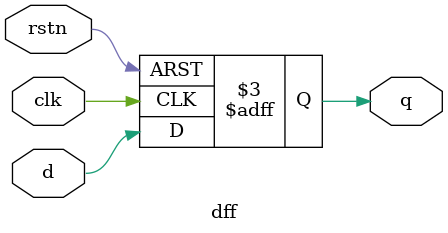
<source format=v>


module dff 	( input d,
              input rstn,
              input clk,
              output reg q);

	always @ (posedge clk or negedge rstn)
       if (!rstn)
          q <= 1'b0; // captures 0 right away when rest is presed(when rstm is low)
       else
          q <= d; // captures d at rising edge of clk
endmodule
</source>
